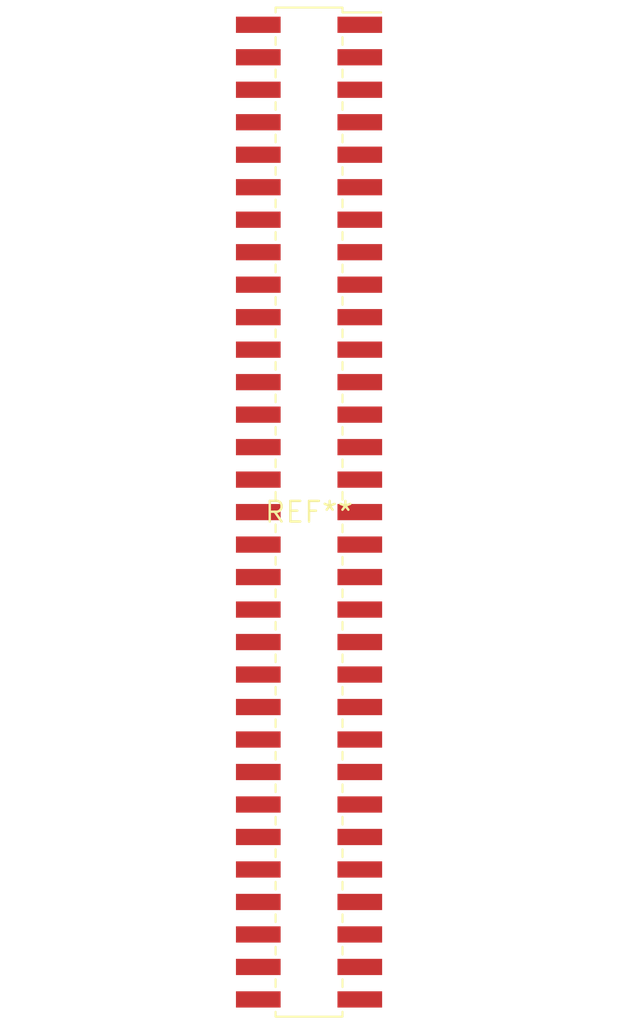
<source format=kicad_pcb>
(kicad_pcb (version 20240108) (generator pcbnew)
  (layers (0 "F.Cu" signal) (31 "B.Cu" signal) (34 "B.Paste" user) (35 "F.Paste" user) (36 "B.SilkS" user "B.Silkscreen") (37 "F.SilkS" user "F.Silkscreen") (38 "B.Mask" user) (39 "F.Mask" user) (44 "Edge.Cuts" user))
  (net 0 "")
  (footprint "PinSocket_2x31_P2.00mm_Vertical_SMD" (layer "F.Cu") (at 0 0)
    (property "Reference" "REF**")
    (property "Value" "PinSocket_2x31_P2.00mm_Vertical_SMD")
    (fp_line (start -2.06 -31.06) (end -2.06 -30.76) (layer "F.SilkS") (stroke (width 0.12)))
    (fp_line (start -2.06 -31.06) (end 2.06 -31.06) (layer "F.SilkS") (stroke (width 0.12)))
    (fp_line (start -2.06 -29.24) (end -2.06 -28.76) (layer "F.SilkS") (stroke (width 0.12)))
    (fp_line (start -2.06 -27.24) (end -2.06 -26.76) (layer "F.SilkS") (stroke (width 0.12)))
    (fp_line (start -2.06 -25.24) (end -2.06 -24.76) (layer "F.SilkS") (stroke (width 0.12)))
    (fp_line (start -2.06 -23.24) (end -2.06 -22.76) (layer "F.SilkS") (stroke (width 0.12)))
    (fp_line (start -2.06 -21.24) (end -2.06 -20.76) (layer "F.SilkS") (stroke (width 0.12)))
    (fp_line (start -2.06 -19.24) (end -2.06 -18.76) (layer "F.SilkS") (stroke (width 0.12)))
    (fp_line (start -2.06 -17.24) (end -2.06 -16.76) (layer "F.SilkS") (stroke (width 0.12)))
    (fp_line (start -2.06 -15.24) (end -2.06 -14.76) (layer "F.SilkS") (stroke (width 0.12)))
    (fp_line (start -2.06 -13.24) (end -2.06 -12.76) (layer "F.SilkS") (stroke (width 0.12)))
    (fp_line (start -2.06 -11.24) (end -2.06 -10.76) (layer "F.SilkS") (stroke (width 0.12)))
    (fp_line (start -2.06 -9.24) (end -2.06 -8.76) (layer "F.SilkS") (stroke (width 0.12)))
    (fp_line (start -2.06 -7.24) (end -2.06 -6.76) (layer "F.SilkS") (stroke (width 0.12)))
    (fp_line (start -2.06 -5.24) (end -2.06 -4.76) (layer "F.SilkS") (stroke (width 0.12)))
    (fp_line (start -2.06 -3.24) (end -2.06 -2.76) (layer "F.SilkS") (stroke (width 0.12)))
    (fp_line (start -2.06 -1.24) (end -2.06 -0.76) (layer "F.SilkS") (stroke (width 0.12)))
    (fp_line (start -2.06 0.76) (end -2.06 1.24) (layer "F.SilkS") (stroke (width 0.12)))
    (fp_line (start -2.06 2.76) (end -2.06 3.24) (layer "F.SilkS") (stroke (width 0.12)))
    (fp_line (start -2.06 4.76) (end -2.06 5.24) (layer "F.SilkS") (stroke (width 0.12)))
    (fp_line (start -2.06 6.76) (end -2.06 7.24) (layer "F.SilkS") (stroke (width 0.12)))
    (fp_line (start -2.06 8.76) (end -2.06 9.24) (layer "F.SilkS") (stroke (width 0.12)))
    (fp_line (start -2.06 10.76) (end -2.06 11.24) (layer "F.SilkS") (stroke (width 0.12)))
    (fp_line (start -2.06 12.76) (end -2.06 13.24) (layer "F.SilkS") (stroke (width 0.12)))
    (fp_line (start -2.06 14.76) (end -2.06 15.24) (layer "F.SilkS") (stroke (width 0.12)))
    (fp_line (start -2.06 16.76) (end -2.06 17.24) (layer "F.SilkS") (stroke (width 0.12)))
    (fp_line (start -2.06 18.76) (end -2.06 19.24) (layer "F.SilkS") (stroke (width 0.12)))
    (fp_line (start -2.06 20.76) (end -2.06 21.24) (layer "F.SilkS") (stroke (width 0.12)))
    (fp_line (start -2.06 22.76) (end -2.06 23.24) (layer "F.SilkS") (stroke (width 0.12)))
    (fp_line (start -2.06 24.76) (end -2.06 25.24) (layer "F.SilkS") (stroke (width 0.12)))
    (fp_line (start -2.06 26.76) (end -2.06 27.24) (layer "F.SilkS") (stroke (width 0.12)))
    (fp_line (start -2.06 28.76) (end -2.06 29.24) (layer "F.SilkS") (stroke (width 0.12)))
    (fp_line (start -2.06 30.76) (end -2.06 31.06) (layer "F.SilkS") (stroke (width 0.12)))
    (fp_line (start -2.06 31.06) (end 2.06 31.06) (layer "F.SilkS") (stroke (width 0.12)))
    (fp_line (start 2.06 -31.06) (end 2.06 -30.76) (layer "F.SilkS") (stroke (width 0.12)))
    (fp_line (start 2.06 -30.76) (end 4.44 -30.76) (layer "F.SilkS") (stroke (width 0.12)))
    (fp_line (start 2.06 -29.24) (end 2.06 -28.76) (layer "F.SilkS") (stroke (width 0.12)))
    (fp_line (start 2.06 -27.24) (end 2.06 -26.76) (layer "F.SilkS") (stroke (width 0.12)))
    (fp_line (start 2.06 -25.24) (end 2.06 -24.76) (layer "F.SilkS") (stroke (width 0.12)))
    (fp_line (start 2.06 -23.24) (end 2.06 -22.76) (layer "F.SilkS") (stroke (width 0.12)))
    (fp_line (start 2.06 -21.24) (end 2.06 -20.76) (layer "F.SilkS") (stroke (width 0.12)))
    (fp_line (start 2.06 -19.24) (end 2.06 -18.76) (layer "F.SilkS") (stroke (width 0.12)))
    (fp_line (start 2.06 -17.24) (end 2.06 -16.76) (layer "F.SilkS") (stroke (width 0.12)))
    (fp_line (start 2.06 -15.24) (end 2.06 -14.76) (layer "F.SilkS") (stroke (width 0.12)))
    (fp_line (start 2.06 -13.24) (end 2.06 -12.76) (layer "F.SilkS") (stroke (width 0.12)))
    (fp_line (start 2.06 -11.24) (end 2.06 -10.76) (layer "F.SilkS") (stroke (width 0.12)))
    (fp_line (start 2.06 -9.24) (end 2.06 -8.76) (layer "F.SilkS") (stroke (width 0.12)))
    (fp_line (start 2.06 -7.24) (end 2.06 -6.76) (layer "F.SilkS") (stroke (width 0.12)))
    (fp_line (start 2.06 -5.24) (end 2.06 -4.76) (layer "F.SilkS") (stroke (width 0.12)))
    (fp_line (start 2.06 -3.24) (end 2.06 -2.76) (layer "F.SilkS") (stroke (width 0.12)))
    (fp_line (start 2.06 -1.24) (end 2.06 -0.76) (layer "F.SilkS") (stroke (width 0.12)))
    (fp_line (start 2.06 0.76) (end 2.06 1.24) (layer "F.SilkS") (stroke (width 0.12)))
    (fp_line (start 2.06 2.76) (end 2.06 3.24) (layer "F.SilkS") (stroke (width 0.12)))
    (fp_line (start 2.06 4.76) (end 2.06 5.24) (layer "F.SilkS") (stroke (width 0.12)))
    (fp_line (start 2.06 6.76) (end 2.06 7.24) (layer "F.SilkS") (stroke (width 0.12)))
    (fp_line (start 2.06 8.76) (end 2.06 9.24) (layer "F.SilkS") (stroke (width 0.12)))
    (fp_line (start 2.06 10.76) (end 2.06 11.24) (layer "F.SilkS") (stroke (width 0.12)))
    (fp_line (start 2.06 12.76) (end 2.06 13.24) (layer "F.SilkS") (stroke (width 0.12)))
    (fp_line (start 2.06 14.76) (end 2.06 15.24) (layer "F.SilkS") (stroke (width 0.12)))
    (fp_line (start 2.06 16.76) (end 2.06 17.24) (layer "F.SilkS") (stroke (width 0.12)))
    (fp_line (start 2.06 18.76) (end 2.06 19.24) (layer "F.SilkS") (stroke (width 0.12)))
    (fp_line (start 2.06 20.76) (end 2.06 21.24) (layer "F.SilkS") (stroke (width 0.12)))
    (fp_line (start 2.06 22.76) (end 2.06 23.24) (layer "F.SilkS") (stroke (width 0.12)))
    (fp_line (start 2.06 24.76) (end 2.06 25.24) (layer "F.SilkS") (stroke (width 0.12)))
    (fp_line (start 2.06 26.76) (end 2.06 27.24) (layer "F.SilkS") (stroke (width 0.12)))
    (fp_line (start 2.06 28.76) (end 2.06 29.24) (layer "F.SilkS") (stroke (width 0.12)))
    (fp_line (start 2.06 30.76) (end 2.06 31.06) (layer "F.SilkS") (stroke (width 0.12)))
    (pad "1" smd rect (at 3.125 -30) (size 2.75 1) (layers "F.Cu" "F.Paste" "F.Mask"))
    (pad "2" smd rect (at -3.125 -30) (size 2.75 1) (layers "F.Cu" "F.Paste" "F.Mask"))
    (pad "3" smd rect (at 3.125 -28) (size 2.75 1) (layers "F.Cu" "F.Paste" "F.Mask"))
    (pad "4" smd rect (at -3.125 -28) (size 2.75 1) (layers "F.Cu" "F.Paste" "F.Mask"))
    (pad "5" smd rect (at 3.125 -26) (size 2.75 1) (layers "F.Cu" "F.Paste" "F.Mask"))
    (pad "6" smd rect (at -3.125 -26) (size 2.75 1) (layers "F.Cu" "F.Paste" "F.Mask"))
    (pad "7" smd rect (at 3.125 -24) (size 2.75 1) (layers "F.Cu" "F.Paste" "F.Mask"))
    (pad "8" smd rect (at -3.125 -24) (size 2.75 1) (layers "F.Cu" "F.Paste" "F.Mask"))
    (pad "9" smd rect (at 3.125 -22) (size 2.75 1) (layers "F.Cu" "F.Paste" "F.Mask"))
    (pad "10" smd rect (at -3.125 -22) (size 2.75 1) (layers "F.Cu" "F.Paste" "F.Mask"))
    (pad "11" smd rect (at 3.125 -20) (size 2.75 1) (layers "F.Cu" "F.Paste" "F.Mask"))
    (pad "12" smd rect (at -3.125 -20) (size 2.75 1) (layers "F.Cu" "F.Paste" "F.Mask"))
    (pad "13" smd rect (at 3.125 -18) (size 2.75 1) (layers "F.Cu" "F.Paste" "F.Mask"))
    (pad "14" smd rect (at -3.125 -18) (size 2.75 1) (layers "F.Cu" "F.Paste" "F.Mask"))
    (pad "15" smd rect (at 3.125 -16) (size 2.75 1) (layers "F.Cu" "F.Paste" "F.Mask"))
    (pad "16" smd rect (at -3.125 -16) (size 2.75 1) (layers "F.Cu" "F.Paste" "F.Mask"))
    (pad "17" smd rect (at 3.125 -14) (size 2.75 1) (layers "F.Cu" "F.Paste" "F.Mask"))
    (pad "18" smd rect (at -3.125 -14) (size 2.75 1) (layers "F.Cu" "F.Paste" "F.Mask"))
    (pad "19" smd rect (at 3.125 -12) (size 2.75 1) (layers "F.Cu" "F.Paste" "F.Mask"))
    (pad "20" smd rect (at -3.125 -12) (size 2.75 1) (layers "F.Cu" "F.Paste" "F.Mask"))
    (pad "21" smd rect (at 3.125 -10) (size 2.75 1) (layers "F.Cu" "F.Paste" "F.Mask"))
    (pad "22" smd rect (at -3.125 -10) (size 2.75 1) (layers "F.Cu" "F.Paste" "F.Mask"))
    (pad "23" smd rect (at 3.125 -8) (size 2.75 1) (layers "F.Cu" "F.Paste" "F.Mask"))
    (pad "24" smd rect (at -3.125 -8) (size 2.75 1) (layers "F.Cu" "F.Paste" "F.Mask"))
    (pad "25" smd rect (at 3.125 -6) (size 2.75 1) (layers "F.Cu" "F.Paste" "F.Mask"))
    (pad "26" smd rect (at -3.125 -6) (size 2.75 1) (layers "F.Cu" "F.Paste" "F.Mask"))
    (pad "27" smd rect (at 3.125 -4) (size 2.75 1) (layers "F.Cu" "F.Paste" "F.Mask"))
    (pad "28" smd rect (at -3.125 -4) (size 2.75 1) (layers "F.Cu" "F.Paste" "F.Mask"))
    (pad "29" smd rect (at 3.125 -2) (size 2.75 1) (layers "F.Cu" "F.Paste" "F.Mask"))
    (pad "30" smd rect (at -3.125 -2) (size 2.75 1) (layers "F.Cu" "F.Paste" "F.Mask"))
    (pad "31" smd rect (at 3.125 0) (size 2.75 1) (layers "F.Cu" "F.Paste" "F.Mask"))
    (pad "32" smd rect (at -3.125 0) (size 2.75 1) (layers "F.Cu" "F.Paste" "F.Mask"))
    (pad "33" smd rect (at 3.125 2) (size 2.75 1) (layers "F.Cu" "F.Paste" "F.Mask"))
    (pad "34" smd rect (at -3.125 2) (size 2.75 1) (layers "F.Cu" "F.Paste" "F.Mask"))
    (pad "35" smd rect (at 3.125 4) (size 2.75 1) (layers "F.Cu" "F.Paste" "F.Mask"))
    (pad "36" smd rect (at -3.125 4) (size 2.75 1) (layers "F.Cu" "F.Paste" "F.Mask"))
    (pad "37" smd rect (at 3.125 6) (size 2.75 1) (layers "F.Cu" "F.Paste" "F.Mask"))
    (pad "38" smd rect (at -3.125 6) (size 2.75 1) (layers "F.Cu" "F.Paste" "F.Mask"))
    (pad "39" smd rect (at 3.125 8) (size 2.75 1) (layers "F.Cu" "F.Paste" "F.Mask"))
    (pad "40" smd rect (at -3.125 8) (size 2.75 1) (layers "F.Cu" "F.Paste" "F.Mask"))
    (pad "41" smd rect (at 3.125 10) (size 2.75 1) (layers "F.Cu" "F.Paste" "F.Mask"))
    (pad "42" smd rect (at -3.125 10) (size 2.75 1) (layers "F.Cu" "F.Paste" "F.Mask"))
    (pad "43" smd rect (at 3.125 12) (size 2.75 1) (layers "F.Cu" "F.Paste" "F.Mask"))
    (pad "44" smd rect (at -3.125 12) (size 2.75 1) (layers "F.Cu" "F.Paste" "F.Mask"))
    (pad "45" smd rect (at 3.125 14) (size 2.75 1) (layers "F.Cu" "F.Paste" "F.Mask"))
    (pad "46" smd rect (at -3.125 14) (size 2.75 1) (layers "F.Cu" "F.Paste" "F.Mask"))
    (pad "47" smd rect (at 3.125 16) (size 2.75 1) (layers "F.Cu" "F.Paste" "F.Mask"))
    (pad "48" smd rect (at -3.125 16) (size 2.75 1) (layers "F.Cu" "F.Paste" "F.Mask"))
    (pad "49" smd rect (at 3.125 18) (size 2.75 1) (layers "F.Cu" "F.Paste" "F.Mask"))
    (pad "50" smd rect (at -3.125 18) (size 2.75 1) (layers "F.Cu" "F.Paste" "F.Mask"))
    (pad "51" smd rect (at 3.125 20) (size 2.75 1) (layers "F.Cu" "F.Paste" "F.Mask"))
    (pad "52" smd rect (at -3.125 20) (size 2.75 1) (layers "F.Cu" "F.Paste" "F.Mask"))
    (pad "53" smd rect (at 3.125 22) (size 2.75 1) (layers "F.Cu" "F.Paste" "F.Mask"))
    (pad "54" smd rect (at -3.125 22) (size 2.75 1) (layers "F.Cu" "F.Paste" "F.Mask"))
    (pad "55" smd rect (at 3.125 24) (size 2.75 1) (layers "F.Cu" "F.Paste" "F.Mask"))
    (pad "56" smd rect (at -3.125 24) (size 2.75 1) (layers "F.Cu" "F.Paste" "F.Mask"))
    (pad "57" smd rect (at 3.125 26) (size 2.75 1) (layers "F.Cu" "F.Paste" "F.Mask"))
    (pad "58" smd rect (at -3.125 26) (size 2.75 1) (layers "F.Cu" "F.Paste" "F.Mask"))
    (pad "59" smd rect (at 3.125 28) (size 2.75 1) (layers "F.Cu" "F.Paste" "F.Mask"))
    (pad "60" smd rect (at -3.125 28) (size 2.75 1) (layers "F.Cu" "F.Paste" "F.Mask"))
    (pad "61" smd rect (at 3.125 30) (size 2.75 1) (layers "F.Cu" "F.Paste" "F.Mask"))
    (pad "62" smd rect (at -3.125 30) (size 2.75 1) (layers "F.Cu" "F.Paste" "F.Mask"))
  )
)
</source>
